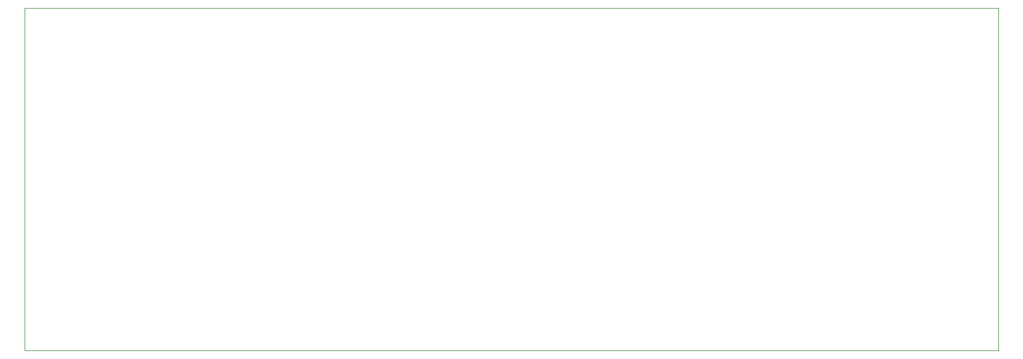
<source format=gbr>
%TF.GenerationSoftware,Altium Limited,Altium Designer,22.2.1 (43)*%
G04 Layer_Color=0*
%FSLAX45Y45*%
%MOMM*%
%TF.SameCoordinates,3546A09D-0AB3-465C-A5BE-671B47EBA127*%
%TF.FilePolarity,Positive*%
%TF.FileFunction,Profile,NP*%
%TF.Part,Single*%
G01*
G75*
%TA.AperFunction,Profile*%
%ADD114C,0.02540*%
D114*
X1300000Y2500000D02*
Y7550000D01*
X15689999D01*
X15689999Y2500000D01*
X1300000D01*
%TF.MD5,648c05733890f48c372ef12f1a57dada*%
M02*

</source>
